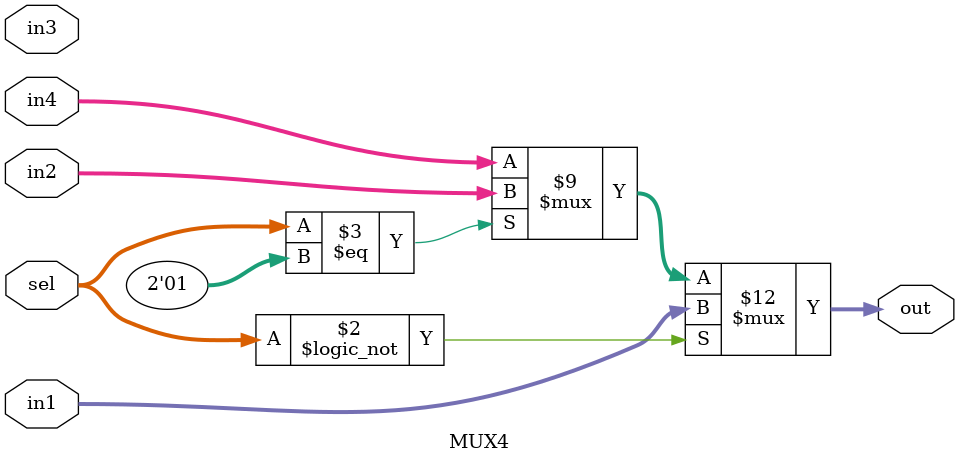
<source format=v>
module MUX4(
	in1,
	in2,
	in3,
	in4,
	sel,
	out);
	
parameter wl=16;
input [wl-1:0] in1, in2, in3, in4;
input [1:0] sel;
output [wl-1:0] out;

reg [wl-1:0] out;

always @ (in1 or in2 or in3 or in4 or sel) begin
	if(sel==00)
		out<=in1;
	else if(sel==01)
		out<=in2;
	else if(sel==10)
		out<=in3;
	else
		out<=in4;
end
endmodule

</source>
